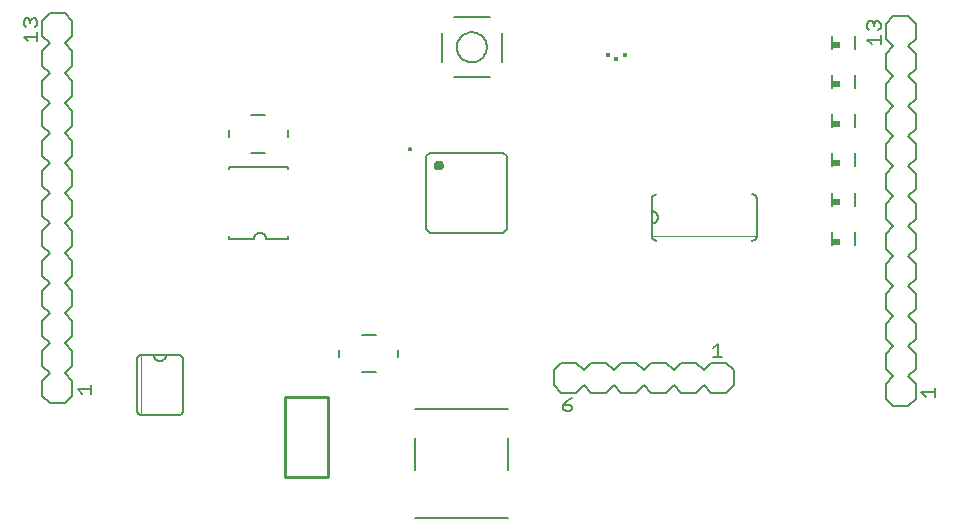
<source format=gto>
G75*
G70*
%OFA0B0*%
%FSLAX24Y24*%
%IPPOS*%
%LPD*%
%AMOC8*
5,1,8,0,0,1.08239X$1,22.5*
%
%ADD10C,0.0080*%
%ADD11C,0.0079*%
%ADD12C,0.0157*%
%ADD13C,0.0050*%
%ADD14C,0.0100*%
%ADD15R,0.0128X0.0167*%
%ADD16R,0.0138X0.0138*%
%ADD17C,0.0060*%
%ADD18C,0.0020*%
%ADD19R,0.0266X0.0197*%
D10*
X011896Y005496D02*
X011896Y005732D01*
X012644Y006244D02*
X013117Y006244D01*
X013865Y005732D02*
X013865Y005496D01*
X013117Y004984D02*
X012644Y004984D01*
X010200Y009441D02*
X009452Y009441D01*
X009450Y009468D01*
X009445Y009494D01*
X009436Y009519D01*
X009423Y009543D01*
X009408Y009565D01*
X009389Y009585D01*
X009369Y009602D01*
X009346Y009616D01*
X009321Y009627D01*
X009295Y009634D01*
X009268Y009638D01*
X009242Y009638D01*
X009215Y009634D01*
X009189Y009627D01*
X009164Y009616D01*
X009141Y009602D01*
X009121Y009585D01*
X009102Y009565D01*
X009087Y009543D01*
X009074Y009519D01*
X009065Y009494D01*
X009060Y009468D01*
X009058Y009441D01*
X008232Y009441D01*
X008232Y009520D01*
X010200Y009520D02*
X010200Y009441D01*
X010200Y011764D02*
X010200Y011843D01*
X008232Y011843D01*
X008232Y011764D01*
X008965Y012305D02*
X009438Y012305D01*
X010186Y012817D02*
X010186Y013053D01*
X009438Y013565D02*
X008965Y013565D01*
X008217Y013053D02*
X008217Y012817D01*
X014804Y012189D02*
X014804Y009749D01*
X014922Y009630D01*
X017363Y009630D01*
X017481Y009749D01*
X017481Y012189D01*
X017363Y012308D01*
X014922Y012308D01*
X014804Y012189D01*
X015706Y014821D02*
X016918Y014821D01*
X017312Y015321D02*
X017312Y016309D01*
X016918Y016821D02*
X015706Y016821D01*
X015312Y016309D02*
X015312Y015333D01*
X015812Y015821D02*
X015814Y015865D01*
X015820Y015909D01*
X015830Y015952D01*
X015843Y015994D01*
X015860Y016035D01*
X015881Y016074D01*
X015905Y016111D01*
X015932Y016146D01*
X015962Y016178D01*
X015995Y016208D01*
X016031Y016234D01*
X016068Y016258D01*
X016108Y016277D01*
X016149Y016294D01*
X016192Y016306D01*
X016235Y016315D01*
X016279Y016320D01*
X016323Y016321D01*
X016367Y016318D01*
X016411Y016311D01*
X016454Y016300D01*
X016496Y016286D01*
X016536Y016268D01*
X016575Y016246D01*
X016611Y016222D01*
X016645Y016194D01*
X016677Y016163D01*
X016706Y016129D01*
X016732Y016093D01*
X016754Y016055D01*
X016773Y016015D01*
X016788Y015973D01*
X016800Y015931D01*
X016808Y015887D01*
X016812Y015843D01*
X016812Y015799D01*
X016808Y015755D01*
X016800Y015711D01*
X016788Y015669D01*
X016773Y015627D01*
X016754Y015587D01*
X016732Y015549D01*
X016706Y015513D01*
X016677Y015479D01*
X016645Y015448D01*
X016611Y015420D01*
X016575Y015396D01*
X016536Y015374D01*
X016496Y015356D01*
X016454Y015342D01*
X016411Y015331D01*
X016367Y015324D01*
X016323Y015321D01*
X016279Y015322D01*
X016235Y015327D01*
X016192Y015336D01*
X016149Y015348D01*
X016108Y015365D01*
X016068Y015384D01*
X016031Y015408D01*
X015995Y015434D01*
X015962Y015464D01*
X015932Y015496D01*
X015905Y015531D01*
X015881Y015568D01*
X015860Y015607D01*
X015843Y015648D01*
X015830Y015690D01*
X015820Y015733D01*
X015814Y015777D01*
X015812Y015821D01*
D11*
X014214Y012427D02*
X014216Y012439D01*
X014221Y012450D01*
X014230Y012459D01*
X014241Y012464D01*
X014253Y012466D01*
X014265Y012464D01*
X014276Y012459D01*
X014285Y012450D01*
X014290Y012439D01*
X014292Y012427D01*
X014290Y012415D01*
X014285Y012404D01*
X014276Y012395D01*
X014265Y012390D01*
X014253Y012388D01*
X014241Y012390D01*
X014230Y012395D01*
X014221Y012404D01*
X014216Y012415D01*
X014214Y012427D01*
D12*
X015119Y011894D02*
X015121Y011912D01*
X015127Y011928D01*
X015136Y011943D01*
X015149Y011956D01*
X015164Y011965D01*
X015180Y011971D01*
X015198Y011973D01*
X015216Y011971D01*
X015232Y011965D01*
X015247Y011956D01*
X015260Y011943D01*
X015269Y011928D01*
X015275Y011912D01*
X015277Y011894D01*
X015275Y011876D01*
X015269Y011860D01*
X015260Y011845D01*
X015247Y011832D01*
X015232Y011823D01*
X015216Y011817D01*
X015198Y011815D01*
X015180Y011817D01*
X015164Y011823D01*
X015149Y011832D01*
X015136Y011845D01*
X015127Y011860D01*
X015121Y011876D01*
X015119Y011894D01*
D13*
X024367Y005783D02*
X024517Y005933D01*
X024517Y005483D01*
X024367Y005483D02*
X024667Y005483D01*
X019667Y004133D02*
X019517Y004058D01*
X019367Y003908D01*
X019592Y003908D01*
X019667Y003833D01*
X019667Y003758D01*
X019592Y003683D01*
X019442Y003683D01*
X019367Y003758D01*
X019367Y003908D01*
X017509Y003765D02*
X014438Y003765D01*
X014714Y003765D02*
X015147Y003765D01*
X014438Y002781D02*
X014438Y001718D01*
X014438Y000143D02*
X017509Y000143D01*
X017509Y001718D02*
X017509Y002781D01*
X017233Y003765D02*
X016800Y003765D01*
X028311Y009227D02*
X028311Y009660D01*
X029098Y009660D02*
X029098Y009227D01*
X029098Y010537D02*
X029098Y010971D01*
X028311Y010971D02*
X028311Y010537D01*
X028311Y011848D02*
X028311Y012281D01*
X029098Y012281D02*
X029098Y011848D01*
X029098Y013158D02*
X029098Y013591D01*
X028311Y013591D02*
X028311Y013158D01*
X028311Y014468D02*
X028311Y014901D01*
X029098Y014901D02*
X029098Y014468D01*
X029098Y015778D02*
X029098Y016211D01*
X029494Y016076D02*
X029944Y016076D01*
X029944Y015926D02*
X029944Y016226D01*
X029869Y016386D02*
X029944Y016461D01*
X029944Y016611D01*
X029869Y016686D01*
X029794Y016686D01*
X029719Y016611D01*
X029719Y016536D01*
X029719Y016611D02*
X029644Y016686D01*
X029569Y016686D01*
X029494Y016611D01*
X029494Y016461D01*
X029569Y016386D01*
X029494Y016076D02*
X029644Y015926D01*
X028311Y015778D02*
X028311Y016211D01*
X031744Y004476D02*
X031744Y004176D01*
X031744Y004326D02*
X031294Y004326D01*
X031444Y004176D01*
X003625Y004277D02*
X003625Y004577D01*
X003625Y004427D02*
X003174Y004427D01*
X003324Y004277D01*
X001825Y016027D02*
X001825Y016327D01*
X001825Y016177D02*
X001374Y016177D01*
X001524Y016027D01*
X001449Y016487D02*
X001374Y016562D01*
X001374Y016712D01*
X001449Y016787D01*
X001524Y016787D01*
X001599Y016712D01*
X001674Y016787D01*
X001749Y016787D01*
X001825Y016712D01*
X001825Y016562D01*
X001749Y016487D01*
X001599Y016637D02*
X001599Y016712D01*
D14*
X010098Y004149D02*
X010098Y003602D01*
X010098Y003559D01*
X010098Y003602D02*
X010098Y001511D01*
X011516Y001511D01*
X011516Y001540D02*
X011516Y003115D01*
X011516Y003145D02*
X011516Y004121D01*
X011516Y004149D02*
X010098Y004149D01*
D15*
X020867Y015571D03*
X021409Y015571D03*
D16*
X021138Y015418D03*
D17*
X022318Y010769D02*
X022318Y010349D01*
X022318Y009949D01*
X022318Y009529D01*
X022320Y009506D01*
X022325Y009483D01*
X022334Y009461D01*
X022347Y009441D01*
X022362Y009423D01*
X022380Y009408D01*
X022400Y009395D01*
X022422Y009386D01*
X022445Y009381D01*
X022468Y009379D01*
X022318Y009949D02*
X022345Y009951D01*
X022372Y009956D01*
X022398Y009966D01*
X022422Y009978D01*
X022444Y009994D01*
X022464Y010012D01*
X022481Y010034D01*
X022496Y010057D01*
X022506Y010082D01*
X022514Y010108D01*
X022518Y010135D01*
X022518Y010163D01*
X022514Y010190D01*
X022506Y010216D01*
X022496Y010241D01*
X022481Y010264D01*
X022464Y010286D01*
X022444Y010304D01*
X022422Y010320D01*
X022398Y010332D01*
X022372Y010342D01*
X022345Y010347D01*
X022318Y010349D01*
X022318Y010769D02*
X022320Y010792D01*
X022325Y010815D01*
X022334Y010837D01*
X022347Y010857D01*
X022362Y010875D01*
X022380Y010890D01*
X022400Y010903D01*
X022422Y010912D01*
X022445Y010917D01*
X022468Y010919D01*
X025668Y010919D02*
X025691Y010917D01*
X025714Y010912D01*
X025736Y010903D01*
X025756Y010890D01*
X025774Y010875D01*
X025789Y010857D01*
X025802Y010837D01*
X025811Y010815D01*
X025816Y010792D01*
X025818Y010769D01*
X025818Y009529D01*
X025816Y009506D01*
X025811Y009483D01*
X025802Y009461D01*
X025789Y009441D01*
X025774Y009423D01*
X025756Y009408D01*
X025736Y009395D01*
X025714Y009386D01*
X025691Y009381D01*
X025668Y009379D01*
X030119Y009601D02*
X030119Y009101D01*
X030369Y008851D01*
X030119Y008601D01*
X030119Y008101D01*
X030369Y007851D01*
X030119Y007601D01*
X030119Y007101D01*
X030369Y006851D01*
X030119Y006601D01*
X030119Y006101D01*
X030369Y005851D01*
X030119Y005601D01*
X030119Y005101D01*
X030369Y004851D01*
X030119Y004601D01*
X030119Y004101D01*
X030369Y003851D01*
X030869Y003851D01*
X031119Y004101D01*
X031119Y004601D01*
X030869Y004851D01*
X031119Y005101D01*
X031119Y005601D01*
X030869Y005851D01*
X031119Y006101D01*
X031119Y006601D01*
X030869Y006851D01*
X031119Y007101D01*
X031119Y007601D01*
X030869Y007851D01*
X031119Y008101D01*
X031119Y008601D01*
X030869Y008851D01*
X031119Y009101D01*
X031119Y009601D01*
X030869Y009851D01*
X031119Y010101D01*
X031119Y010601D01*
X030869Y010851D01*
X031119Y011101D01*
X031119Y011601D01*
X030869Y011851D01*
X031119Y012101D01*
X031119Y012601D01*
X030869Y012851D01*
X031119Y013101D01*
X031119Y013601D01*
X030869Y013851D01*
X031119Y014101D01*
X031119Y014601D01*
X030869Y014851D01*
X031119Y015101D01*
X031119Y015601D01*
X030869Y015851D01*
X031119Y016101D01*
X031119Y016601D01*
X030869Y016851D01*
X030369Y016851D01*
X030119Y016601D01*
X030119Y016101D01*
X030369Y015851D01*
X030119Y015601D01*
X030119Y015101D01*
X030369Y014851D01*
X030119Y014601D01*
X030119Y014101D01*
X030369Y013851D01*
X030119Y013601D01*
X030119Y013101D01*
X030369Y012851D01*
X030119Y012601D01*
X030119Y012101D01*
X030369Y011851D01*
X030119Y011601D01*
X030119Y011101D01*
X030369Y010851D01*
X030119Y010601D01*
X030119Y010101D01*
X030369Y009851D01*
X030119Y009601D01*
X025052Y005058D02*
X024802Y005308D01*
X024302Y005308D01*
X024052Y005058D01*
X023802Y005308D01*
X023302Y005308D01*
X023052Y005058D01*
X022802Y005308D01*
X022302Y005308D01*
X022052Y005058D01*
X021802Y005308D01*
X021302Y005308D01*
X021052Y005058D01*
X020802Y005308D01*
X020302Y005308D01*
X020052Y005058D01*
X019802Y005308D01*
X019302Y005308D01*
X019052Y005058D01*
X019052Y004558D01*
X019302Y004308D01*
X019802Y004308D01*
X020052Y004558D01*
X020302Y004308D01*
X020802Y004308D01*
X021052Y004558D01*
X021302Y004308D01*
X021802Y004308D01*
X022052Y004558D01*
X022302Y004308D01*
X022802Y004308D01*
X023052Y004558D01*
X023302Y004308D01*
X023802Y004308D01*
X024052Y004558D01*
X024302Y004308D01*
X024802Y004308D01*
X025052Y004558D01*
X025052Y005058D01*
X006688Y005416D02*
X006688Y003716D01*
X006686Y003693D01*
X006681Y003670D01*
X006672Y003648D01*
X006659Y003628D01*
X006644Y003610D01*
X006626Y003595D01*
X006606Y003582D01*
X006584Y003573D01*
X006561Y003568D01*
X006538Y003566D01*
X005298Y003566D01*
X005275Y003568D01*
X005252Y003573D01*
X005230Y003582D01*
X005210Y003595D01*
X005192Y003610D01*
X005177Y003628D01*
X005164Y003648D01*
X005155Y003670D01*
X005150Y003693D01*
X005148Y003716D01*
X005148Y005416D01*
X005150Y005439D01*
X005155Y005462D01*
X005164Y005484D01*
X005177Y005504D01*
X005192Y005522D01*
X005210Y005537D01*
X005230Y005550D01*
X005252Y005559D01*
X005275Y005564D01*
X005298Y005566D01*
X006538Y005566D01*
X006561Y005564D01*
X006584Y005559D01*
X006606Y005550D01*
X006626Y005537D01*
X006644Y005522D01*
X006659Y005504D01*
X006672Y005484D01*
X006681Y005462D01*
X006686Y005439D01*
X006688Y005416D01*
X006118Y005566D02*
X006116Y005539D01*
X006111Y005512D01*
X006101Y005486D01*
X006089Y005462D01*
X006073Y005440D01*
X006055Y005420D01*
X006033Y005403D01*
X006010Y005388D01*
X005985Y005378D01*
X005959Y005370D01*
X005932Y005366D01*
X005904Y005366D01*
X005877Y005370D01*
X005851Y005378D01*
X005826Y005388D01*
X005803Y005403D01*
X005781Y005420D01*
X005763Y005440D01*
X005747Y005462D01*
X005735Y005486D01*
X005725Y005512D01*
X005720Y005539D01*
X005718Y005566D01*
X003000Y005702D02*
X003000Y005202D01*
X002750Y004952D01*
X003000Y004702D01*
X003000Y004202D01*
X002750Y003952D01*
X002250Y003952D01*
X002000Y004202D01*
X002000Y004702D01*
X002250Y004952D01*
X002000Y005202D01*
X002000Y005702D01*
X002250Y005952D01*
X002000Y006202D01*
X002000Y006702D01*
X002250Y006952D01*
X002000Y007202D01*
X002000Y007702D01*
X002250Y007952D01*
X002000Y008202D01*
X002000Y008702D01*
X002250Y008952D01*
X002000Y009202D01*
X002000Y009702D01*
X002250Y009952D01*
X002000Y010202D01*
X002000Y010702D01*
X002250Y010952D01*
X002000Y011202D01*
X002000Y011702D01*
X002250Y011952D01*
X002000Y012202D01*
X002000Y012702D01*
X002250Y012952D01*
X002000Y013202D01*
X002000Y013702D01*
X002250Y013952D01*
X002000Y014202D01*
X002000Y014702D01*
X002250Y014952D01*
X002000Y015202D01*
X002000Y015702D01*
X002250Y015952D01*
X002000Y016202D01*
X002000Y016702D01*
X002250Y016952D01*
X002750Y016952D01*
X003000Y016702D01*
X003000Y016202D01*
X002750Y015952D01*
X003000Y015702D01*
X003000Y015202D01*
X002750Y014952D01*
X003000Y014702D01*
X003000Y014202D01*
X002750Y013952D01*
X003000Y013702D01*
X003000Y013202D01*
X002750Y012952D01*
X003000Y012702D01*
X003000Y012202D01*
X002750Y011952D01*
X003000Y011702D01*
X003000Y011202D01*
X002750Y010952D01*
X003000Y010702D01*
X003000Y010202D01*
X002750Y009952D01*
X003000Y009702D01*
X003000Y009202D01*
X002750Y008952D01*
X003000Y008702D01*
X003000Y008202D01*
X002750Y007952D01*
X003000Y007702D01*
X003000Y007202D01*
X002750Y006952D01*
X003000Y006702D01*
X003000Y006202D01*
X002750Y005952D01*
X003000Y005702D01*
D18*
X005288Y005566D02*
X005288Y003566D01*
X022318Y009519D02*
X025818Y009519D01*
D19*
X028463Y009345D03*
X028463Y010656D03*
X028463Y011966D03*
X028463Y013276D03*
X028463Y014586D03*
X028463Y015897D03*
M02*

</source>
